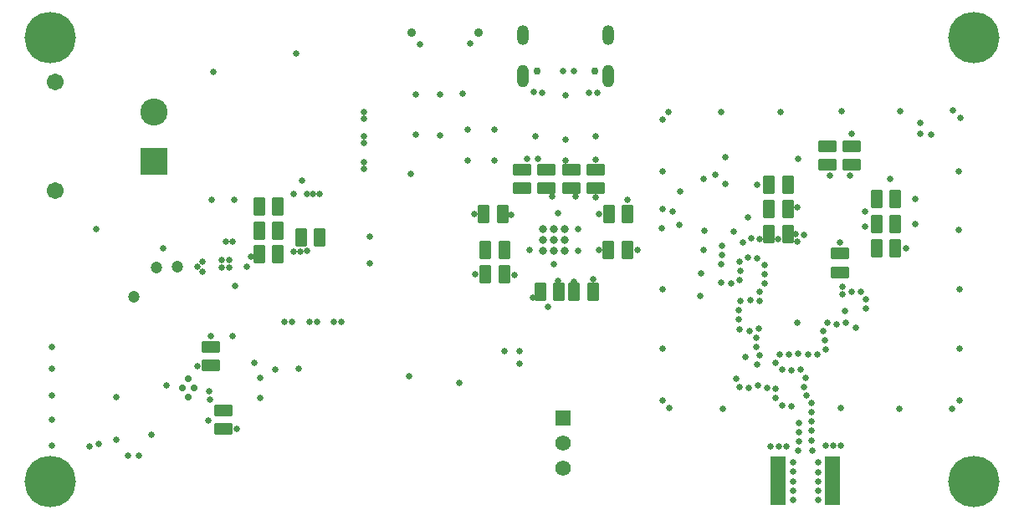
<source format=gbs>
G04*
G04 #@! TF.GenerationSoftware,Altium Limited,Altium Designer,25.4.2 (15)*
G04*
G04 Layer_Color=16711935*
%FSLAX44Y44*%
%MOMM*%
G71*
G04*
G04 #@! TF.SameCoordinates,69983CE8-C732-48D4-ACAD-208037422C18*
G04*
G04*
G04 #@! TF.FilePolarity,Negative*
G04*
G01*
G75*
%ADD21R,1.6000X5.0000*%
G04:AMPARAMS|DCode=74|XSize=1.2032mm|YSize=1.9032mm|CornerRadius=0.2266mm|HoleSize=0mm|Usage=FLASHONLY|Rotation=0.000|XOffset=0mm|YOffset=0mm|HoleType=Round|Shape=RoundedRectangle|*
%AMROUNDEDRECTD74*
21,1,1.2032,1.4500,0,0,0.0*
21,1,0.7500,1.9032,0,0,0.0*
1,1,0.4532,0.3750,-0.7250*
1,1,0.4532,-0.3750,-0.7250*
1,1,0.4532,-0.3750,0.7250*
1,1,0.4532,0.3750,0.7250*
%
%ADD74ROUNDEDRECTD74*%
G04:AMPARAMS|DCode=77|XSize=1.2032mm|YSize=1.9032mm|CornerRadius=0.2266mm|HoleSize=0mm|Usage=FLASHONLY|Rotation=270.000|XOffset=0mm|YOffset=0mm|HoleType=Round|Shape=RoundedRectangle|*
%AMROUNDEDRECTD77*
21,1,1.2032,1.4500,0,0,270.0*
21,1,0.7500,1.9032,0,0,270.0*
1,1,0.4532,-0.7250,-0.3750*
1,1,0.4532,-0.7250,0.3750*
1,1,0.4532,0.7250,0.3750*
1,1,0.4532,0.7250,-0.3750*
%
%ADD77ROUNDEDRECTD77*%
%ADD93R,2.7532X2.7532*%
%ADD94C,2.7532*%
%ADD95C,1.7112*%
%ADD96C,1.5700*%
%ADD97R,1.5700X1.5700*%
%ADD98C,5.2032*%
%ADD99O,1.2032X2.3032*%
%ADD100C,0.7500*%
%ADD101O,1.2032X2.0032*%
%ADD102C,0.9000*%
%ADD103C,0.6532*%
%ADD104C,1.2032*%
%ADD105C,0.7032*%
%ADD106C,0.8032*%
D21*
X761550Y26000D02*
D03*
X816950D02*
D03*
D74*
X590000Y260000D02*
D03*
X609000D02*
D03*
X752500Y301250D02*
D03*
X771500D02*
D03*
X880500Y261250D02*
D03*
X861500D02*
D03*
X880500Y311250D02*
D03*
X861500D02*
D03*
X880500Y286250D02*
D03*
X861500D02*
D03*
X752500Y326250D02*
D03*
X771500D02*
D03*
X752500Y276250D02*
D03*
X771500D02*
D03*
X521000Y217500D02*
D03*
X540000D02*
D03*
X465500Y235000D02*
D03*
X484500D02*
D03*
X574500Y217500D02*
D03*
X555500D02*
D03*
X465500Y260000D02*
D03*
X484500D02*
D03*
X463750Y296250D02*
D03*
X482750D02*
D03*
X609500Y296000D02*
D03*
X590500D02*
D03*
X279140Y272190D02*
D03*
X298140D02*
D03*
X236750Y303750D02*
D03*
X255750D02*
D03*
X255750Y255500D02*
D03*
X236750D02*
D03*
X236750Y279750D02*
D03*
X255750D02*
D03*
D77*
X824000Y237250D02*
D03*
Y256250D02*
D03*
X836500Y365250D02*
D03*
Y346250D02*
D03*
X811500Y365250D02*
D03*
Y346250D02*
D03*
X502500Y341500D02*
D03*
Y322500D02*
D03*
X527500Y341500D02*
D03*
Y322500D02*
D03*
X577500Y341500D02*
D03*
Y322500D02*
D03*
X552500Y341500D02*
D03*
Y322500D02*
D03*
X187500Y162000D02*
D03*
Y143000D02*
D03*
X200000Y78500D02*
D03*
Y97500D02*
D03*
D93*
X130000Y350000D02*
D03*
D94*
Y400000D02*
D03*
D95*
X30000Y430000D02*
D03*
Y320000D02*
D03*
D96*
X544250Y38850D02*
D03*
Y64250D02*
D03*
D97*
Y89650D02*
D03*
D98*
X960000Y25000D02*
D03*
Y475000D02*
D03*
X25000D02*
D03*
Y25000D02*
D03*
D99*
X503800Y435975D02*
D03*
X590200D02*
D03*
D100*
X575900Y440975D02*
D03*
X518100D02*
D03*
D101*
X590200Y477775D02*
D03*
X503800D02*
D03*
D102*
X391000Y480000D02*
D03*
X459000D02*
D03*
D103*
X779250Y276000D02*
D03*
X753500Y271500D02*
D03*
X174250Y142250D02*
D03*
X708641Y353988D02*
D03*
X708250Y326750D02*
D03*
X448000Y350500D02*
D03*
X474500Y381750D02*
D03*
X447991Y381731D02*
D03*
X115250Y51750D02*
D03*
X210000Y172750D02*
D03*
X252500Y138750D02*
D03*
X559000Y259000D02*
D03*
X559250Y281000D02*
D03*
X644500Y160250D02*
D03*
X645250Y220250D02*
D03*
X644250Y281500D02*
D03*
X644750Y339500D02*
D03*
Y391750D02*
D03*
X651000Y400000D02*
D03*
X704500D02*
D03*
X764500D02*
D03*
X825750Y400250D02*
D03*
X885250Y400750D02*
D03*
X938500Y401000D02*
D03*
X946000Y393500D02*
D03*
X945000Y339500D02*
D03*
Y280000D02*
D03*
X945500Y219750D02*
D03*
Y159750D02*
D03*
Y107500D02*
D03*
X938000Y98750D02*
D03*
X884750D02*
D03*
X825250Y99750D02*
D03*
X705500Y99000D02*
D03*
X645000Y107500D02*
D03*
X651250Y100000D02*
D03*
X544250Y441250D02*
D03*
X555000D02*
D03*
X188250Y310750D02*
D03*
X271500Y258500D02*
D03*
X278250D02*
D03*
X285250Y258750D02*
D03*
X802750Y6500D02*
D03*
X770000Y61000D02*
D03*
X762500D02*
D03*
X795500Y95500D02*
D03*
X795250Y104750D02*
D03*
X390000Y337250D02*
D03*
X231500Y146000D02*
D03*
X348750Y273750D02*
D03*
X209750Y268500D02*
D03*
X343000Y342000D02*
D03*
X190000Y440000D02*
D03*
X280000Y330000D02*
D03*
X781750Y352500D02*
D03*
X683750Y236250D02*
D03*
X781000Y186500D02*
D03*
X826750Y222750D02*
D03*
X788112Y274809D02*
D03*
X781395Y268091D02*
D03*
X762000Y271250D02*
D03*
X734723Y271425D02*
D03*
X726038Y267576D02*
D03*
X705013Y264434D02*
D03*
Y254934D02*
D03*
X704525Y245446D02*
D03*
X704485Y227080D02*
D03*
X713953Y226306D02*
D03*
X722993Y229227D02*
D03*
X723427Y238717D02*
D03*
X722959Y248205D02*
D03*
X731515Y252332D02*
D03*
X740932Y251075D02*
D03*
X748143Y244890D02*
D03*
X747866Y235394D02*
D03*
Y225894D02*
D03*
X743424Y217497D02*
D03*
X742789Y208018D02*
D03*
X733388Y209384D02*
D03*
X723500Y208500D02*
D03*
X722116Y198909D02*
D03*
Y189409D02*
D03*
X723000Y179750D02*
D03*
X732574Y178116D02*
D03*
X741826Y180275D02*
D03*
X739861Y170980D02*
D03*
X739288Y161497D02*
D03*
X743424Y152944D02*
D03*
X740825Y143807D02*
D03*
X719616Y129830D02*
D03*
X722934Y120928D02*
D03*
X732429Y120616D02*
D03*
X741646Y122918D02*
D03*
X750852Y120575D02*
D03*
X759250Y119250D02*
D03*
X759366Y109661D02*
D03*
X765740Y102616D02*
D03*
X775174Y101498D02*
D03*
X782500Y84500D02*
D03*
X782924Y75229D02*
D03*
Y65729D02*
D03*
X781905Y56284D02*
D03*
X777000Y44750D02*
D03*
Y35250D02*
D03*
Y25750D02*
D03*
Y16250D02*
D03*
Y6750D02*
D03*
X802750Y16000D02*
D03*
Y25500D02*
D03*
Y35000D02*
D03*
Y44500D02*
D03*
X796500Y56500D02*
D03*
X795576Y67129D02*
D03*
Y76628D02*
D03*
X795501Y86128D02*
D03*
X790634Y112236D02*
D03*
X787854Y121320D02*
D03*
X789936Y130590D02*
D03*
X784948Y138675D02*
D03*
X775453Y138369D02*
D03*
X765958Y138675D02*
D03*
X759175Y145326D02*
D03*
X763459Y153806D02*
D03*
X772958Y153938D02*
D03*
X782429Y154679D02*
D03*
X791922Y154325D02*
D03*
X801422D02*
D03*
X809649Y159076D02*
D03*
X809519Y168575D02*
D03*
X807326Y177819D02*
D03*
X811352Y186424D02*
D03*
X820678Y184616D02*
D03*
X830000Y186500D02*
D03*
X829750Y198250D02*
D03*
X850801Y200501D02*
D03*
X850945Y210000D02*
D03*
X845373Y217694D02*
D03*
X835873Y217681D02*
D03*
X826750Y214750D02*
D03*
X214000Y78500D02*
D03*
X514000Y211250D02*
D03*
X528500Y202750D02*
D03*
X840750Y181500D02*
D03*
X817750Y62000D02*
D03*
X825250D02*
D03*
X810000D02*
D03*
X754250Y61000D02*
D03*
X728750Y151500D02*
D03*
X683250Y213000D02*
D03*
X686250Y259500D02*
D03*
X687500Y279000D02*
D03*
X717250Y278500D02*
D03*
X781250Y303250D02*
D03*
X743000Y271250D02*
D03*
X731500Y293250D02*
D03*
X740250Y326250D02*
D03*
X834250Y335000D02*
D03*
X814000D02*
D03*
X836250Y377750D02*
D03*
X849750Y298500D02*
D03*
X900500Y311250D02*
D03*
X900750Y286250D02*
D03*
X891500Y261500D02*
D03*
X849750Y283500D02*
D03*
X824000Y267250D02*
D03*
X906000Y377500D02*
D03*
Y389000D02*
D03*
X916500Y377000D02*
D03*
X875000Y332250D02*
D03*
X686500Y331500D02*
D03*
X698500Y335750D02*
D03*
X644500Y301000D02*
D03*
X609500Y310750D02*
D03*
X619500Y259750D02*
D03*
X662000Y285500D02*
D03*
X662454Y318750D02*
D03*
X580750Y260162D02*
D03*
X654750Y299250D02*
D03*
X555000Y227500D02*
D03*
X455000Y235000D02*
D03*
X546500Y350500D02*
D03*
X538750Y228250D02*
D03*
X534750Y245750D02*
D03*
X518500Y352250D02*
D03*
X507750Y352000D02*
D03*
X577000Y351500D02*
D03*
X492000Y295750D02*
D03*
X495000Y234250D02*
D03*
X539250Y296750D02*
D03*
X532750Y314000D02*
D03*
X510000Y260000D02*
D03*
X454500Y296000D02*
D03*
X556750Y313750D02*
D03*
X577000Y313500D02*
D03*
X580750Y296000D02*
D03*
X575000Y230000D02*
D03*
X348250Y246250D02*
D03*
X547000Y371250D02*
D03*
Y416750D02*
D03*
X474750Y350250D02*
D03*
X64750Y61250D02*
D03*
X439250Y125500D02*
D03*
X388250Y131750D02*
D03*
X399750Y468500D02*
D03*
X450000Y468750D02*
D03*
X579000Y419250D02*
D03*
X570750D02*
D03*
X523000D02*
D03*
X514750Y419500D02*
D03*
X577250Y375250D02*
D03*
X516250D02*
D03*
X419250Y417500D02*
D03*
X395500Y376750D02*
D03*
X419250Y376000D02*
D03*
X395500Y417250D02*
D03*
X442500Y418250D02*
D03*
X499750Y145000D02*
D03*
Y157750D02*
D03*
X485250Y157250D02*
D03*
X187500Y172500D02*
D03*
X104000Y52000D02*
D03*
X26500Y61750D02*
D03*
X74000Y63750D02*
D03*
X92000Y68000D02*
D03*
X91634Y111178D02*
D03*
X27000Y162000D02*
D03*
Y140000D02*
D03*
Y113000D02*
D03*
Y88000D02*
D03*
X276250Y139750D02*
D03*
X237500Y130000D02*
D03*
Y110000D02*
D03*
X185000Y87500D02*
D03*
X127500Y72500D02*
D03*
X142750Y123000D02*
D03*
X186500Y108750D02*
D03*
X186250Y116750D02*
D03*
X343000Y400000D02*
D03*
Y393000D02*
D03*
Y375000D02*
D03*
Y368000D02*
D03*
Y349000D02*
D03*
X274000Y459000D02*
D03*
X71500Y281250D02*
D03*
X211000Y310750D02*
D03*
X139000Y262000D02*
D03*
X224000Y242750D02*
D03*
X198250Y241750D02*
D03*
X206250D02*
D03*
Y249500D02*
D03*
X228500Y253250D02*
D03*
X179500Y238250D02*
D03*
X174250Y243250D02*
D03*
X179500Y248000D02*
D03*
X212250Y223500D02*
D03*
X198250Y249500D02*
D03*
X203000Y268250D02*
D03*
X320000Y187500D02*
D03*
X287500D02*
D03*
X262500D02*
D03*
X270000D02*
D03*
X295000D02*
D03*
X312500D02*
D03*
X271750Y316250D02*
D03*
X297530Y316640D02*
D03*
X291180D02*
D03*
X284830D02*
D03*
D104*
X110000Y212500D02*
D03*
X132500Y242500D02*
D03*
X153500Y243000D02*
D03*
D105*
X159000Y120000D02*
D03*
X170500D02*
D03*
X164750Y129500D02*
D03*
Y110500D02*
D03*
D106*
X524000Y281000D02*
D03*
X535000D02*
D03*
X546000D02*
D03*
X524000Y270000D02*
D03*
X535000D02*
D03*
X546000D02*
D03*
X524000Y259000D02*
D03*
X535000D02*
D03*
X546000D02*
D03*
M02*

</source>
